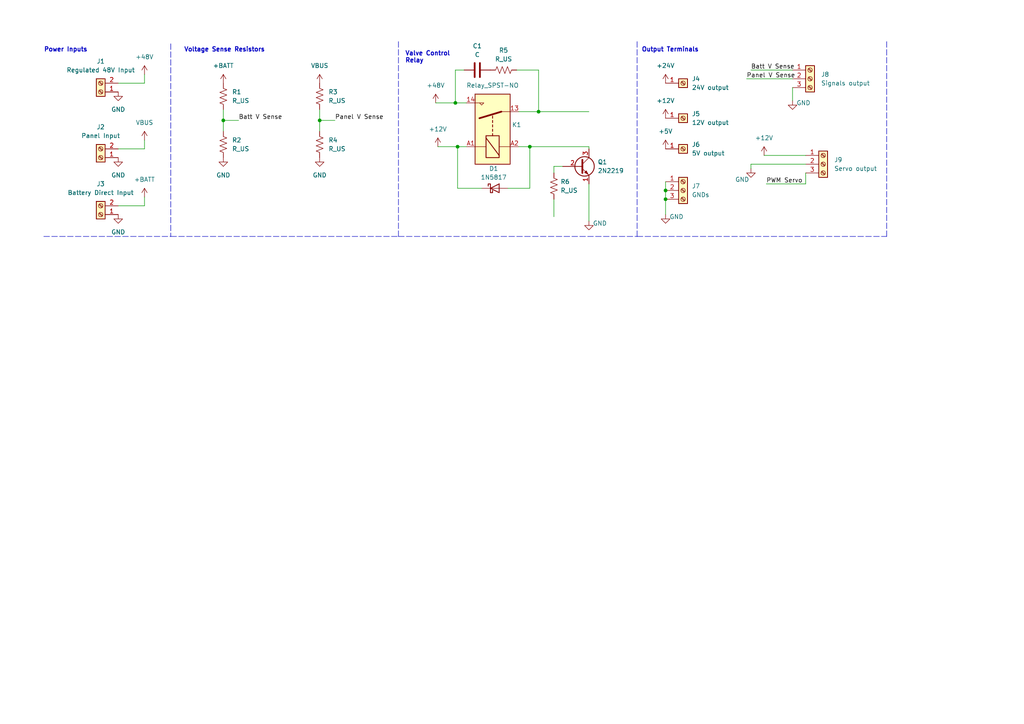
<source format=kicad_sch>
(kicad_sch (version 20230121) (generator eeschema)
  (paper "A4")
  (lib_symbols
    (symbol "Connector:Screw_Terminal_01x01" (pin_names (offset 1.016) hide)
      (property "Reference" "J" (at 0 2.54 0))
      (property "Value" "Screw_Terminal_01x01" (at 0 -2.54 0))
      (symbol "Screw_Terminal_01x01_1_1"
        (rectangle (start -1.27 1.27) (end 1.27 -1.27) (stroke (width 0.254)) (fill (type background)))
        (polyline (pts (xy -0.5334 0.3302) (xy 0.3302 -0.508)) (stroke (width 0.1524)))
        (polyline (pts (xy -0.3556 0.508) (xy 0.508 -0.3302)) (stroke (width 0.1524)))
        (circle (center 0 0) (radius 0.635) (stroke (width 0.1524)))
        (pin passive line (at -5.08 0 0) (length 3.81) (name "Pin_1") (number "1"))
      )
    )
    (symbol "Connector:Screw_Terminal_01x02" (pin_names (offset 1.016) hide)
      (property "Reference" "J" (at 0 2.54 0))
      (property "Value" "Screw_Terminal_01x02" (at 0 -5.08 0))
      (symbol "Screw_Terminal_01x02_1_1"
        (rectangle (start -1.27 1.27) (end 1.27 -3.81) (stroke (width 0.254)) (fill (type background)))
        (circle (center 0 -2.54) (radius 0.635) (stroke (width 0.1524)))
        (polyline (pts (xy -0.5334 -2.2098) (xy 0.3302 -3.048)) (stroke (width 0.1524)))
        (polyline (pts (xy -0.5334 0.3302) (xy 0.3302 -0.508)) (stroke (width 0.1524)))
        (polyline (pts (xy -0.3556 -2.032) (xy 0.508 -2.8702)) (stroke (width 0.1524)))
        (polyline (pts (xy -0.3556 0.508) (xy 0.508 -0.3302)) (stroke (width 0.1524)))
        (circle (center 0 0) (radius 0.635) (stroke (width 0.1524)))
        (pin passive line (at -5.08 0 0) (length 3.81) (name "Pin_1") (number "1"))
        (pin passive line (at -5.08 -2.54 0) (length 3.81) (name "Pin_2") (number "2"))
      )
    )
    (symbol "Connector:Screw_Terminal_01x03" (pin_names (offset 1.016) hide)
      (property "Reference" "J" (at 0 5.08 0))
      (property "Value" "Screw_Terminal_01x03" (at 0 -5.08 0))
      (symbol "Screw_Terminal_01x03_1_1"
        (rectangle (start -1.27 3.81) (end 1.27 -3.81) (stroke (width 0.254)) (fill (type background)))
        (circle (center 0 -2.54) (radius 0.635) (stroke (width 0.1524)))
        (polyline (pts (xy -0.5334 -2.2098) (xy 0.3302 -3.048)) (stroke (width 0.1524)))
        (polyline (pts (xy -0.5334 0.3302) (xy 0.3302 -0.508)) (stroke (width 0.1524)))
        (polyline (pts (xy -0.5334 2.8702) (xy 0.3302 2.032)) (stroke (width 0.1524)))
        (polyline (pts (xy -0.3556 -2.032) (xy 0.508 -2.8702)) (stroke (width 0.1524)))
        (polyline (pts (xy -0.3556 0.508) (xy 0.508 -0.3302)) (stroke (width 0.1524)))
        (polyline (pts (xy -0.3556 3.048) (xy 0.508 2.2098)) (stroke (width 0.1524)))
        (circle (center 0 0) (radius 0.635) (stroke (width 0.1524)))
        (circle (center 0 2.54) (radius 0.635) (stroke (width 0.1524)))
        (pin passive line (at -5.08 2.54 0) (length 3.81) (name "Pin_1") (number "1"))
        (pin passive line (at -5.08 0 0) (length 3.81) (name "Pin_2") (number "2"))
        (pin passive line (at -5.08 -2.54 0) (length 3.81) (name "Pin_3") (number "3"))
      )
    )
    (symbol "Device:C" (pin_numbers hide) (pin_names (offset 0.254))
      (property "Reference" "C" (at 0.635 2.54 0))
      (property "Value" "C" (at 0.635 -2.54 0))
      (symbol "C_0_1"
        (polyline (pts (xy -2.032 -0.762) (xy 2.032 -0.762)) (stroke (width 0.508)))
        (polyline (pts (xy -2.032 0.762) (xy 2.032 0.762)) (stroke (width 0.508)))
      )
      (symbol "C_1_1"
        (pin passive line (at 0 3.81 270) (length 2.794) (name "~") (number "1"))
        (pin passive line (at 0 -3.81 90) (length 2.794) (name "~") (number "2"))
      )
    )
    (symbol "Device:R_US" (pin_numbers hide) (pin_names (offset 0))
      (property "Reference" "R" (at 2.54 0 90))
      (property "Value" "R_US" (at -2.54 0 90))
      (symbol "R_US_0_1"
        (polyline (pts (xy 0 -2.286) (xy 0 -2.54)))
        (polyline (pts (xy 0 2.286) (xy 0 2.54)))
        (polyline (pts (xy 0 -0.762) (xy 1.016 -1.143) (xy 0 -1.524) (xy -1.016 -1.905) (xy 0 -2.286)))
        (polyline (pts (xy 0 0.762) (xy 1.016 0.381) (xy 0 0) (xy -1.016 -0.381) (xy 0 -0.762)))
        (polyline (pts (xy 0 2.286) (xy 1.016 1.905) (xy 0 1.524) (xy -1.016 1.143) (xy 0 0.762)))
      )
      (symbol "R_US_1_1"
        (pin passive line (at 0 3.81 270) (length 1.27) (name "~") (number "1"))
        (pin passive line (at 0 -3.81 90) (length 1.27) (name "~") (number "2"))
      )
    )
    (symbol "Diode:1N5817" (pin_numbers hide) (pin_names (offset 1.016) hide)
      (property "Reference" "D" (at 0 2.54 0))
      (property "Value" "1N5817" (at 0 -2.54 0))
      (symbol "1N5817_0_1"
        (polyline (pts (xy 1.27 0) (xy -1.27 0)))
        (polyline (pts (xy 1.27 1.27) (xy 1.27 -1.27) (xy -1.27 0) (xy 1.27 1.27)) (stroke (width 0.254)))
        (polyline (pts (xy -1.905 0.635) (xy -1.905 1.27) (xy -1.27 1.27) (xy -1.27 -1.27) (xy -0.635 -1.27) (xy -0.635 -0.635)) (stroke (width 0.254)))
      )
      (symbol "1N5817_1_1"
        (pin passive line (at -3.81 0 0) (length 2.54) (name "K") (number "1"))
        (pin passive line (at 3.81 0 180) (length 2.54) (name "A") (number "2"))
      )
    )
    (symbol "Relay:Relay_SPST-NO"
      (property "Reference" "K" (at 11.43 3.81 0))
      (property "Value" "Relay_SPST-NO" (at 11.43 1.27 0))
      (symbol "Relay_SPST-NO_0_0"
        (polyline (pts (xy 7.62 5.08) (xy 7.62 2.54) (xy 6.985 3.175) (xy 7.62 3.81)))
      )
      (symbol "Relay_SPST-NO_0_1"
        (rectangle (start -10.16 5.08) (end 10.16 -5.08) (stroke (width 0.254)) (fill (type background)))
        (rectangle (start -8.255 1.905) (end -1.905 -1.905) (stroke (width 0.254)))
        (polyline (pts (xy -7.62 -1.905) (xy -2.54 1.905)) (stroke (width 0.254)))
        (polyline (pts (xy -5.08 -5.08) (xy -5.08 -1.905)))
        (polyline (pts (xy -5.08 5.08) (xy -5.08 1.905)))
        (polyline (pts (xy -1.905 0) (xy -1.27 0)) (stroke (width 0.254)))
        (polyline (pts (xy -0.635 0) (xy 0 0)) (stroke (width 0.254)))
        (polyline (pts (xy 0.635 0) (xy 1.27 0)) (stroke (width 0.254)))
        (polyline (pts (xy 1.905 0) (xy 2.54 0)) (stroke (width 0.254)))
        (polyline (pts (xy 3.175 0) (xy 3.81 0)) (stroke (width 0.254)))
        (polyline (pts (xy 5.08 -2.54) (xy 3.175 3.81)) (stroke (width 0.508)))
        (polyline (pts (xy 5.08 -2.54) (xy 5.08 -5.08)))
      )
      (symbol "Relay_SPST-NO_1_1"
        (pin passive line (at 5.08 -7.62 90) (length 2.54) (name "~") (number "13"))
        (pin passive line (at 7.62 7.62 270) (length 2.54) (name "~") (number "14"))
        (pin passive line (at -5.08 7.62 270) (length 2.54) (name "~") (number "A1"))
        (pin passive line (at -5.08 -7.62 90) (length 2.54) (name "~") (number "A2"))
      )
    )
    (symbol "Transistor_BJT:2N2219" (pin_names (offset 0) hide)
      (property "Reference" "Q" (at 5.08 1.905 0))
      (property "Value" "2N2219" (at 5.08 0 0))
      (symbol "2N2219_0_1"
        (polyline (pts (xy 0.635 0.635) (xy 2.54 2.54)))
        (polyline (pts (xy 0.635 -0.635) (xy 2.54 -2.54) (xy 2.54 -2.54)))
        (polyline (pts (xy 0.635 1.905) (xy 0.635 -1.905) (xy 0.635 -1.905)) (stroke (width 0.508)))
        (polyline (pts (xy 1.27 -1.778) (xy 1.778 -1.27) (xy 2.286 -2.286) (xy 1.27 -1.778) (xy 1.27 -1.778)) (fill (type outline)))
        (circle (center 1.27 0) (radius 2.8194) (stroke (width 0.254)))
      )
      (symbol "2N2219_1_1"
        (pin passive line (at 2.54 -5.08 90) (length 2.54) (name "E") (number "1"))
        (pin passive line (at -5.08 0 0) (length 5.715) (name "B") (number "2"))
        (pin passive line (at 2.54 5.08 270) (length 2.54) (name "C") (number "3"))
      )
    )
    (symbol "power:+12V" (power) (pin_names (offset 0))
      (property "Value" "+12V" (at 0 3.556 0))
      (symbol "+12V_0_1"
        (polyline (pts (xy -0.762 1.27) (xy 0 2.54)))
        (polyline (pts (xy 0 0) (xy 0 2.54)))
        (polyline (pts (xy 0 2.54) (xy 0.762 1.27)))
      )
      (symbol "+12V_1_1"
        (pin power_in line (at 0 0 90) (length 0) hide (name "+12V") (number "1"))
      )
    )
    (symbol "power:+24V" (power) (pin_names (offset 0))
      (property "Value" "+24V" (at 0 3.556 0))
      (symbol "+24V_0_1"
        (polyline (pts (xy -0.762 1.27) (xy 0 2.54)))
        (polyline (pts (xy 0 0) (xy 0 2.54)))
        (polyline (pts (xy 0 2.54) (xy 0.762 1.27)))
      )
      (symbol "+24V_1_1"
        (pin power_in line (at 0 0 90) (length 0) hide (name "+24V") (number "1"))
      )
    )
    (symbol "power:+48V" (power) (pin_names (offset 0))
      (property "Value" "+48V" (at 0 3.556 0))
      (symbol "+48V_0_1"
        (polyline (pts (xy -0.762 1.27) (xy 0 2.54)))
        (polyline (pts (xy 0 0) (xy 0 2.54)))
        (polyline (pts (xy 0 2.54) (xy 0.762 1.27)))
      )
      (symbol "+48V_1_1"
        (pin power_in line (at 0 0 90) (length 0) hide (name "+48V") (number "1"))
      )
    )
    (symbol "power:+5V" (power) (pin_names (offset 0))
      (property "Value" "+5V" (at 0 3.556 0))
      (symbol "+5V_0_1"
        (polyline (pts (xy -0.762 1.27) (xy 0 2.54)))
        (polyline (pts (xy 0 0) (xy 0 2.54)))
        (polyline (pts (xy 0 2.54) (xy 0.762 1.27)))
      )
      (symbol "+5V_1_1"
        (pin power_in line (at 0 0 90) (length 0) hide (name "+5V") (number "1"))
      )
    )
    (symbol "power:+BATT" (power) (pin_names (offset 0))
      (property "Value" "+BATT" (at 0 3.556 0))
      (symbol "+BATT_0_1"
        (polyline (pts (xy -0.762 1.27) (xy 0 2.54)))
        (polyline (pts (xy 0 0) (xy 0 2.54)))
        (polyline (pts (xy 0 2.54) (xy 0.762 1.27)))
      )
      (symbol "+BATT_1_1"
        (pin power_in line (at 0 0 90) (length 0) hide (name "+BATT") (number "1"))
      )
    )
    (symbol "power:GND" (power) (pin_names (offset 0))
      (property "Value" "GND" (at 0 -3.81 0))
      (symbol "GND_0_1"
        (polyline (pts (xy 0 0) (xy 0 -1.27) (xy 1.27 -1.27) (xy 0 -2.54) (xy -1.27 -1.27) (xy 0 -1.27)))
      )
      (symbol "GND_1_1"
        (pin power_in line (at 0 0 270) (length 0) hide (name "GND") (number "1"))
      )
    )
    (symbol "power:VBUS" (power) (pin_names (offset 0))
      (property "Value" "VBUS" (at 0 3.81 0))
      (symbol "VBUS_0_1"
        (polyline (pts (xy -0.762 1.27) (xy 0 2.54)))
        (polyline (pts (xy 0 0) (xy 0 2.54)))
        (polyline (pts (xy 0 2.54) (xy 0.762 1.27)))
      )
      (symbol "VBUS_1_1"
        (pin power_in line (at 0 0 90) (length 0) hide (name "VBUS") (number "1"))
      )
    )
  )
  (junction (at 193.04 57.785))
  (junction (at 92.71 34.925))
  (junction (at 132.08 29.845))
  (junction (at 193.04 55.245))
  (junction (at 153.67 42.545))
  (junction (at 64.77 34.925))
  (junction (at 132.715 42.545))
  (junction (at 156.21 32.385))
  (polyline (pts (xy 184.785 68.58) (xy 257.175 68.58)) (stroke (width 0) (type dash)))
  (wire (pts (xy 170.815 42.545) (xy 170.815 43.18)))
  (wire (pts (xy 217.805 47.625) (xy 233.68 47.625)))
  (wire (pts (xy 41.91 21.59) (xy 41.91 24.13)))
  (wire (pts (xy 64.77 34.925) (xy 64.77 38.1)))
  (wire (pts (xy 221.615 45.085) (xy 233.68 45.085)))
  (wire (pts (xy 149.86 20.32) (xy 156.21 20.32)))
  (wire (pts (xy 134.62 20.32) (xy 132.08 20.32)))
  (wire (pts (xy 132.08 20.32) (xy 132.08 29.845)))
  (wire (pts (xy 92.71 31.75) (xy 92.71 34.925)))
  (wire (pts (xy 153.67 42.545) (xy 150.495 42.545)))
  (wire (pts (xy 132.715 42.545) (xy 135.255 42.545)))
  (wire (pts (xy 193.04 57.785) (xy 193.04 62.23)))
  (wire (pts (xy 229.87 25.4) (xy 229.87 29.21)))
  (wire (pts (xy 34.29 24.13) (xy 41.91 24.13)))
  (polyline (pts (xy 115.57 12.065) (xy 115.57 68.58)) (stroke (width 0) (type dash)))
  (wire (pts (xy 193.04 55.245) (xy 193.04 57.785)))
  (wire (pts (xy 41.91 40.64) (xy 41.91 43.18)))
  (wire (pts (xy 34.29 43.18) (xy 41.91 43.18)))
  (polyline (pts (xy 12.7 68.58) (xy 49.53 68.58)) (stroke (width 0) (type dash)))
  (wire (pts (xy 41.91 57.15) (xy 41.91 59.69)))
  (wire (pts (xy 153.67 42.545) (xy 170.815 42.545)))
  (wire (pts (xy 150.495 32.385) (xy 156.21 32.385)))
  (wire (pts (xy 153.67 54.61) (xy 153.67 42.545)))
  (wire (pts (xy 92.71 34.925) (xy 92.71 38.1)))
  (wire (pts (xy 156.21 32.385) (xy 170.815 32.385)))
  (wire (pts (xy 132.715 42.545) (xy 132.715 54.61)))
  (wire (pts (xy 160.655 57.785) (xy 160.655 62.865)))
  (wire (pts (xy 170.815 53.34) (xy 170.815 64.135)))
  (wire (pts (xy 156.21 20.32) (xy 156.21 32.385)))
  (wire (pts (xy 92.71 34.925) (xy 97.155 34.925)))
  (polyline (pts (xy 49.53 12.7) (xy 49.53 68.58)) (stroke (width 0) (type dash)))
  (wire (pts (xy 217.805 20.32) (xy 229.87 20.32)))
  (wire (pts (xy 222.25 53.34) (xy 233.68 53.34)))
  (polyline (pts (xy 257.175 12.065) (xy 257.175 68.58)) (stroke (width 0) (type dash)))
  (wire (pts (xy 233.68 53.34) (xy 233.68 50.165)))
  (wire (pts (xy 132.715 54.61) (xy 139.7 54.61)))
  (wire (pts (xy 127 42.545) (xy 132.715 42.545)))
  (wire (pts (xy 64.77 34.925) (xy 69.215 34.925)))
  (wire (pts (xy 160.655 48.26) (xy 163.195 48.26)))
  (wire (pts (xy 216.535 22.86) (xy 229.87 22.86)))
  (wire (pts (xy 64.77 31.75) (xy 64.77 34.925)))
  (wire (pts (xy 147.32 54.61) (xy 153.67 54.61)))
  (polyline (pts (xy 115.57 68.58) (xy 184.785 68.58)) (stroke (width 0) (type dash)))
  (polyline (pts (xy 49.53 68.58) (xy 115.57 68.58)) (stroke (width 0) (type dash)))
  (wire (pts (xy 34.29 59.69) (xy 41.91 59.69)))
  (polyline (pts (xy 184.785 12.065) (xy 184.785 68.58)) (stroke (width 0) (type dash)))
  (wire (pts (xy 160.655 50.165) (xy 160.655 48.26)))
  (wire (pts (xy 132.08 29.845) (xy 135.255 29.845)))
  (wire (pts (xy 217.805 48.895) (xy 217.805 47.625)))
  (wire (pts (xy 193.04 52.705) (xy 193.04 55.245)))
  (wire (pts (xy 126.365 29.845) (xy 132.08 29.845)))
  (text "Valve Control \nRelay\n" (at 117.475 18.415 0) (effects (font (size 1.27 1.27) (thickness 0.254) bold) (justify left bottom)))
  (text "Output Terminals" (at 186.055 15.24 0) (effects (font (size 1.27 1.27) (thickness 0.254) bold) (justify left bottom)))
  (text "Voltage Sense Resistors" (at 53.34 15.24 0) (effects (font (size 1.27 1.27) (thickness 0.254) bold) (justify left bottom)))
  (text "Power Inputs" (at 12.7 15.24 0) (effects (font (size 1.27 1.27) (thickness 0.254) bold) (justify left bottom)))
  (label "Batt V Sense" (at 217.805 20.32 0))
  (label "Batt V Sense" (at 69.215 34.925 0))
  (label "Panel V Sense" (at 216.535 22.86 0))
  (label "Panel V Sense" (at 97.155 34.925 0))
  (label "PWM Servo" (at 222.25 53.34 0))
  (symbol (lib_id "power:+12V") (at 193.04 34.29 0) (unit 1)
    (property "Reference" "#PWR016" (effects hide))
    (property "Value" "+12V" (at 193.04 29.21 0))
  )
  (symbol (lib_id "Device:C") (at 138.43 20.32 270) (unit 1)
    (property "Reference" "C1" (at 138.43 13.335 90))
    (property "Value" "C" (at 138.43 15.875 90))
  )
  (symbol (lib_id "Connector:Screw_Terminal_01x02") (at 29.21 45.72 180) (unit 1)
    (property "Reference" "J2" (at 29.21 36.83 0))
    (property "Value" "Panel Input" (at 29.21 39.37 0))
  )
  (symbol (lib_id "power:+BATT") (at 64.77 24.13 0) (unit 1)
    (property "Reference" "#PWR09" (effects hide))
    (property "Value" "+BATT" (at 64.77 19.05 0))
  )
  (symbol (lib_id "power:GND") (at 229.87 29.21 0) (unit 1)
    (property "Reference" "#PWR018" (effects hide))
    (property "Value" "GND" (at 233.045 29.845 0))
  )
  (symbol (lib_id "power:GND") (at 170.815 64.135 0) (unit 1)
    (property "Reference" "#PWR012" (effects hide))
    (property "Value" "GND" (at 173.99 64.77 0))
  )
  (symbol (lib_id "Connector:Screw_Terminal_01x03") (at 234.95 22.86 0) (unit 1)
    (property "Reference" "J8" (at 238.125 21.59 0) (effects (justify left)))
    (property "Value" "Signals output" (at 238.125 24.13 0) (effects (justify left)))
  )
  (symbol (lib_id "Relay:Relay_SPST-NO") (at 142.875 37.465 90) (unit 1)
    (property "Reference" "K1" (at 149.86 36.195 90))
    (property "Value" "Relay_SPST-NO" (at 142.875 24.765 90))
  )
  (symbol (lib_id "power:GND") (at 217.805 48.895 0) (unit 1)
    (property "Reference" "#PWR020" (effects hide))
    (property "Value" "GND" (at 215.265 52.07 0))
  )
  (symbol (lib_id "power:+12V") (at 221.615 45.085 0) (unit 1)
    (property "Reference" "#PWR019" (effects hide))
    (property "Value" "+12V" (at 221.615 40.005 0))
  )
  (symbol (lib_id "Connector:Screw_Terminal_01x01") (at 198.12 34.29 0) (unit 1)
    (property "Reference" "J5" (at 200.66 33.02 0) (effects (justify left)))
    (property "Value" "12V output" (at 200.66 35.56 0) (effects (justify left)))
  )
  (symbol (lib_id "Connector:Screw_Terminal_01x03") (at 198.12 55.245 0) (unit 1)
    (property "Reference" "J7" (at 200.66 53.975 0) (effects (justify left)))
    (property "Value" "GNDs" (at 200.66 56.515 0) (effects (justify left)))
  )
  (symbol (lib_id "Connector:Screw_Terminal_01x02") (at 29.21 62.23 180) (unit 1)
    (property "Reference" "J3" (at 29.21 53.34 0))
    (property "Value" "Battery Direct Input" (at 29.21 55.88 0))
  )
  (symbol (lib_id "Connector:Screw_Terminal_01x02") (at 29.21 26.67 180) (unit 1)
    (property "Reference" "J1" (at 29.21 17.78 0))
    (property "Value" "Regulated 48V Input" (at 29.21 20.32 0))
  )
  (symbol (lib_id "power:GND") (at 34.29 62.23 0) (unit 1)
    (property "Reference" "#PWR04" (effects hide))
    (property "Value" "GND" (at 34.29 67.31 0))
  )
  (symbol (lib_id "Device:R_US") (at 64.77 27.94 0) (unit 1)
    (property "Reference" "R1" (at 67.31 26.67 0) (effects (justify left)))
    (property "Value" "R_US" (at 67.31 29.21 0) (effects (justify left)))
  )
  (symbol (lib_id "power:+5V") (at 193.04 43.18 0) (unit 1)
    (property "Reference" "#PWR017" (effects hide))
    (property "Value" "+5V" (at 193.04 38.1 0))
  )
  (symbol (lib_id "power:GND") (at 34.29 45.72 0) (unit 1)
    (property "Reference" "#PWR03" (effects hide))
    (property "Value" "GND" (at 34.29 50.8 0))
  )
  (symbol (lib_id "power:+48V") (at 41.91 21.59 0) (unit 1)
    (property "Reference" "#PWR01" (effects hide))
    (property "Value" "+48V" (at 41.91 16.51 0))
  )
  (symbol (lib_id "Transistor_BJT:2N2219") (at 168.275 48.26 0) (unit 1)
    (property "Reference" "Q1" (at 173.355 46.99 0) (effects (justify left)))
    (property "Value" "2N2219" (at 173.355 49.53 0) (effects (justify left)))
    (property "Footprint" "Package_TO_SOT_THT:TO-39-3" (effects hide))
    (property "Datasheet" "http://www.onsemi.com/pub_link/Collateral/2N2219-D.PDF" (effects hide))
  )
  (symbol (lib_id "power:VBUS") (at 41.91 40.64 0) (unit 1)
    (property "Reference" "#PWR07" (effects hide))
    (property "Value" "VBUS" (at 41.91 35.56 0))
  )
  (symbol (lib_id "power:+12V") (at 127 42.545 0) (unit 1)
    (property "Reference" "#PWR013" (effects hide))
    (property "Value" "+12V" (at 127 37.465 0))
  )
  (symbol (lib_id "Connector:Screw_Terminal_01x01") (at 198.12 43.18 0) (unit 1)
    (property "Reference" "J6" (at 200.66 41.91 0) (effects (justify left)))
    (property "Value" "5V output" (at 200.66 44.45 0) (effects (justify left)))
  )
  (symbol (lib_id "Diode:1N5817") (at 143.51 54.61 0) (unit 1)
    (property "Reference" "D1" (at 143.1925 48.895 0))
    (property "Value" "1N5817" (at 143.1925 51.435 0))
    (property "Footprint" "Diode_THT:D_DO-41_SOD81_P10.16mm_Horizontal" (effects hide))
    (property "Datasheet" "http://www.vishay.com/docs/88525/1n5817.pdf" (effects hide))
  )
  (symbol (lib_id "power:GND") (at 92.71 45.72 0) (unit 1)
    (property "Reference" "#PWR08" (effects hide))
    (property "Value" "GND" (at 92.71 50.8 0))
  )
  (symbol (lib_id "power:+48V") (at 126.365 29.845 0) (unit 1)
    (property "Reference" "#PWR011" (effects hide))
    (property "Value" "+48V" (at 126.365 24.765 0))
  )
  (symbol (lib_id "power:GND") (at 34.29 26.67 0) (unit 1)
    (property "Reference" "#PWR02" (effects hide))
    (property "Value" "GND" (at 34.29 31.75 0))
  )
  (symbol (lib_id "Device:R_US") (at 92.71 27.94 0) (unit 1)
    (property "Reference" "R3" (at 95.25 26.67 0) (effects (justify left)))
    (property "Value" "R_US" (at 95.25 29.21 0) (effects (justify left)))
  )
  (symbol (lib_id "Device:R_US") (at 92.71 41.91 0) (unit 1)
    (property "Reference" "R4" (at 95.25 40.64 0) (effects (justify left)))
    (property "Value" "R_US" (at 95.25 43.18 0) (effects (justify left)))
  )
  (symbol (lib_id "power:GND") (at 64.77 45.72 0) (unit 1)
    (property "Reference" "#PWR06" (effects hide))
    (property "Value" "GND" (at 64.77 50.8 0))
  )
  (symbol (lib_id "power:+24V") (at 193.04 24.13 0) (unit 1)
    (property "Reference" "#PWR015" (effects hide))
    (property "Value" "+24V" (at 193.04 19.05 0))
  )
  (symbol (lib_id "Connector:Screw_Terminal_01x03") (at 238.76 47.625 0) (unit 1)
    (property "Reference" "J9" (at 241.935 46.355 0) (effects (justify left)))
    (property "Value" "Servo output" (at 241.935 48.895 0) (effects (justify left)))
  )
  (symbol (lib_id "Connector:Screw_Terminal_01x01") (at 198.12 24.13 0) (unit 1)
    (property "Reference" "J4" (at 200.66 22.86 0) (effects (justify left)))
    (property "Value" "24V output" (at 200.66 25.4 0) (effects (justify left)))
  )
  (symbol (lib_id "Device:R_US") (at 160.655 53.975 180) (unit 1)
    (property "Reference" "R6" (at 162.56 52.705 0) (effects (justify right)))
    (property "Value" "R_US" (at 162.56 55.245 0) (effects (justify right)))
  )
  (symbol (lib_id "power:GND") (at 193.04 62.23 0) (unit 1)
    (property "Reference" "#PWR014" (effects hide))
    (property "Value" "GND" (at 196.215 62.865 0))
  )
  (symbol (lib_id "power:+BATT") (at 41.91 57.15 0) (unit 1)
    (property "Reference" "#PWR05" (effects hide))
    (property "Value" "+BATT" (at 41.91 52.07 0))
  )
  (symbol (lib_id "power:VBUS") (at 92.71 24.13 0) (unit 1)
    (property "Reference" "#PWR010" (effects hide))
    (property "Value" "VBUS" (at 92.71 19.05 0))
  )
  (symbol (lib_id "Device:R_US") (at 64.77 41.91 0) (unit 1)
    (property "Reference" "R2" (at 67.31 40.64 0) (effects (justify left)))
    (property "Value" "R_US" (at 67.31 43.18 0) (effects (justify left)))
  )
  (symbol (lib_id "Device:R_US") (at 146.05 20.32 90) (unit 1)
    (property "Reference" "R5" (at 146.05 14.605 90))
    (property "Value" "R_US" (at 146.05 17.145 90))
  )
)
</source>
